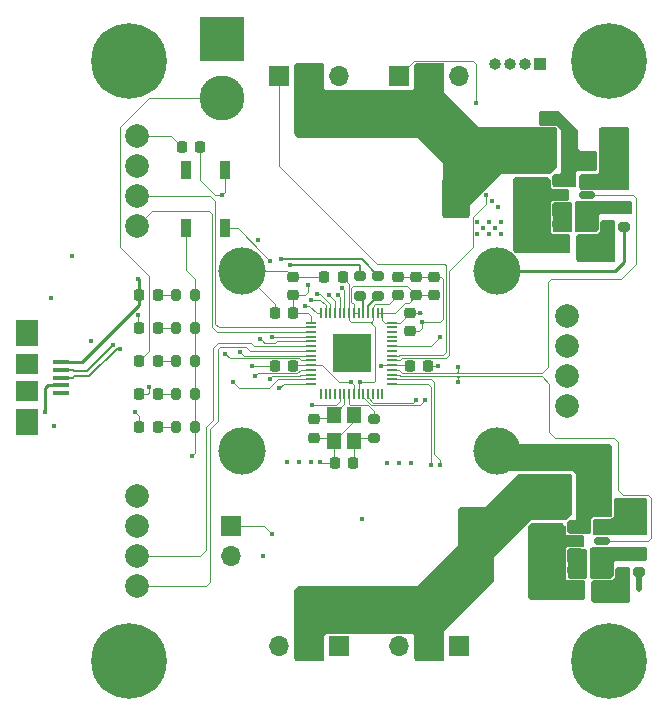
<source format=gtl>
G04 #@! TF.GenerationSoftware,KiCad,Pcbnew,7.0.7*
G04 #@! TF.CreationDate,2024-02-08T13:12:56-05:00*
G04 #@! TF.ProjectId,UMRT_FC_R2,554d5254-5f46-4435-9f52-322e6b696361,rev?*
G04 #@! TF.SameCoordinates,Original*
G04 #@! TF.FileFunction,Copper,L1,Top*
G04 #@! TF.FilePolarity,Positive*
%FSLAX46Y46*%
G04 Gerber Fmt 4.6, Leading zero omitted, Abs format (unit mm)*
G04 Created by KiCad (PCBNEW 7.0.7) date 2024-02-08 13:12:56*
%MOMM*%
%LPD*%
G01*
G04 APERTURE LIST*
G04 Aperture macros list*
%AMRoundRect*
0 Rectangle with rounded corners*
0 $1 Rounding radius*
0 $2 $3 $4 $5 $6 $7 $8 $9 X,Y pos of 4 corners*
0 Add a 4 corners polygon primitive as box body*
4,1,4,$2,$3,$4,$5,$6,$7,$8,$9,$2,$3,0*
0 Add four circle primitives for the rounded corners*
1,1,$1+$1,$2,$3*
1,1,$1+$1,$4,$5*
1,1,$1+$1,$6,$7*
1,1,$1+$1,$8,$9*
0 Add four rect primitives between the rounded corners*
20,1,$1+$1,$2,$3,$4,$5,0*
20,1,$1+$1,$4,$5,$6,$7,0*
20,1,$1+$1,$6,$7,$8,$9,0*
20,1,$1+$1,$8,$9,$2,$3,0*%
G04 Aperture macros list end*
G04 #@! TA.AperFunction,ComponentPad*
%ADD10R,1.700000X1.700000*%
G04 #@! TD*
G04 #@! TA.AperFunction,ComponentPad*
%ADD11O,1.700000X1.700000*%
G04 #@! TD*
G04 #@! TA.AperFunction,SMDPad,CuDef*
%ADD12R,0.900000X1.500000*%
G04 #@! TD*
G04 #@! TA.AperFunction,ComponentPad*
%ADD13C,4.000000*%
G04 #@! TD*
G04 #@! TA.AperFunction,SMDPad,CuDef*
%ADD14RoundRect,0.225000X0.225000X0.250000X-0.225000X0.250000X-0.225000X-0.250000X0.225000X-0.250000X0*%
G04 #@! TD*
G04 #@! TA.AperFunction,SMDPad,CuDef*
%ADD15RoundRect,0.200000X-0.275000X0.200000X-0.275000X-0.200000X0.275000X-0.200000X0.275000X0.200000X0*%
G04 #@! TD*
G04 #@! TA.AperFunction,SMDPad,CuDef*
%ADD16RoundRect,0.250000X-0.475000X0.250000X-0.475000X-0.250000X0.475000X-0.250000X0.475000X0.250000X0*%
G04 #@! TD*
G04 #@! TA.AperFunction,SMDPad,CuDef*
%ADD17RoundRect,0.050000X-0.387500X-0.050000X0.387500X-0.050000X0.387500X0.050000X-0.387500X0.050000X0*%
G04 #@! TD*
G04 #@! TA.AperFunction,SMDPad,CuDef*
%ADD18RoundRect,0.050000X-0.050000X-0.387500X0.050000X-0.387500X0.050000X0.387500X-0.050000X0.387500X0*%
G04 #@! TD*
G04 #@! TA.AperFunction,SMDPad,CuDef*
%ADD19R,3.200000X3.200000*%
G04 #@! TD*
G04 #@! TA.AperFunction,SMDPad,CuDef*
%ADD20RoundRect,0.150000X0.512500X0.150000X-0.512500X0.150000X-0.512500X-0.150000X0.512500X-0.150000X0*%
G04 #@! TD*
G04 #@! TA.AperFunction,ComponentPad*
%ADD21R,3.800000X3.800000*%
G04 #@! TD*
G04 #@! TA.AperFunction,ComponentPad*
%ADD22C,3.800000*%
G04 #@! TD*
G04 #@! TA.AperFunction,ComponentPad*
%ADD23C,0.800000*%
G04 #@! TD*
G04 #@! TA.AperFunction,ComponentPad*
%ADD24C,6.400000*%
G04 #@! TD*
G04 #@! TA.AperFunction,SMDPad,CuDef*
%ADD25RoundRect,0.218750X0.218750X0.256250X-0.218750X0.256250X-0.218750X-0.256250X0.218750X-0.256250X0*%
G04 #@! TD*
G04 #@! TA.AperFunction,SMDPad,CuDef*
%ADD26RoundRect,0.200000X0.275000X-0.200000X0.275000X0.200000X-0.275000X0.200000X-0.275000X-0.200000X0*%
G04 #@! TD*
G04 #@! TA.AperFunction,ComponentPad*
%ADD27R,1.000000X1.000000*%
G04 #@! TD*
G04 #@! TA.AperFunction,ComponentPad*
%ADD28O,1.000000X1.000000*%
G04 #@! TD*
G04 #@! TA.AperFunction,SMDPad,CuDef*
%ADD29RoundRect,0.250000X-0.250000X-0.475000X0.250000X-0.475000X0.250000X0.475000X-0.250000X0.475000X0*%
G04 #@! TD*
G04 #@! TA.AperFunction,ComponentPad*
%ADD30C,2.000000*%
G04 #@! TD*
G04 #@! TA.AperFunction,SMDPad,CuDef*
%ADD31RoundRect,0.225000X0.250000X-0.225000X0.250000X0.225000X-0.250000X0.225000X-0.250000X-0.225000X0*%
G04 #@! TD*
G04 #@! TA.AperFunction,SMDPad,CuDef*
%ADD32R,1.400000X0.400000*%
G04 #@! TD*
G04 #@! TA.AperFunction,SMDPad,CuDef*
%ADD33R,1.900000X2.300000*%
G04 #@! TD*
G04 #@! TA.AperFunction,SMDPad,CuDef*
%ADD34R,1.900000X1.800000*%
G04 #@! TD*
G04 #@! TA.AperFunction,SMDPad,CuDef*
%ADD35RoundRect,0.250000X0.250000X0.475000X-0.250000X0.475000X-0.250000X-0.475000X0.250000X-0.475000X0*%
G04 #@! TD*
G04 #@! TA.AperFunction,SMDPad,CuDef*
%ADD36RoundRect,0.200000X-0.200000X-0.275000X0.200000X-0.275000X0.200000X0.275000X-0.200000X0.275000X0*%
G04 #@! TD*
G04 #@! TA.AperFunction,SMDPad,CuDef*
%ADD37RoundRect,0.225000X-0.225000X-0.250000X0.225000X-0.250000X0.225000X0.250000X-0.225000X0.250000X0*%
G04 #@! TD*
G04 #@! TA.AperFunction,SMDPad,CuDef*
%ADD38RoundRect,0.250000X0.475000X-0.250000X0.475000X0.250000X-0.475000X0.250000X-0.475000X-0.250000X0*%
G04 #@! TD*
G04 #@! TA.AperFunction,SMDPad,CuDef*
%ADD39RoundRect,0.235000X0.940000X1.465000X-0.940000X1.465000X-0.940000X-1.465000X0.940000X-1.465000X0*%
G04 #@! TD*
G04 #@! TA.AperFunction,SMDPad,CuDef*
%ADD40R,1.200000X1.400000*%
G04 #@! TD*
G04 #@! TA.AperFunction,SMDPad,CuDef*
%ADD41RoundRect,0.225000X-0.250000X0.225000X-0.250000X-0.225000X0.250000X-0.225000X0.250000X0.225000X0*%
G04 #@! TD*
G04 #@! TA.AperFunction,ViaPad*
%ADD42C,0.400000*%
G04 #@! TD*
G04 #@! TA.AperFunction,ViaPad*
%ADD43C,0.600000*%
G04 #@! TD*
G04 #@! TA.AperFunction,Conductor*
%ADD44C,0.090000*%
G04 #@! TD*
G04 #@! TA.AperFunction,Conductor*
%ADD45C,0.254000*%
G04 #@! TD*
G04 #@! TA.AperFunction,Conductor*
%ADD46C,0.508000*%
G04 #@! TD*
G04 #@! TA.AperFunction,Conductor*
%ADD47C,0.200000*%
G04 #@! TD*
G04 APERTURE END LIST*
D10*
X134620000Y-138430000D03*
D11*
X132080000Y-138430000D03*
X129540000Y-138430000D03*
D10*
X124460000Y-138430000D03*
D11*
X121920000Y-138430000D03*
X119380000Y-138430000D03*
D10*
X129540000Y-90170000D03*
D11*
X132080000Y-90170000D03*
X134620000Y-90170000D03*
D10*
X119380000Y-90170000D03*
D11*
X121920000Y-90170000D03*
X124460000Y-90170000D03*
D12*
X114807000Y-98134000D03*
X111507000Y-98134000D03*
X111507000Y-103034000D03*
X114807000Y-103034000D03*
D13*
X116205000Y-106680000D03*
X116205000Y-121920000D03*
X137795000Y-106680000D03*
X137795000Y-121920000D03*
D14*
X120536000Y-114681000D03*
X118986000Y-114681000D03*
D15*
X149860000Y-130493000D03*
X149860000Y-132143000D03*
D14*
X120536000Y-110236000D03*
X118986000Y-110236000D03*
D16*
X144526000Y-132019000D03*
X144526000Y-133919000D03*
D17*
X122047000Y-111036000D03*
X122047000Y-111436000D03*
X122047000Y-111836000D03*
X122047000Y-112236000D03*
X122047000Y-112636000D03*
X122047000Y-113036000D03*
X122047000Y-113436000D03*
X122047000Y-113836000D03*
X122047000Y-114236000D03*
X122047000Y-114636000D03*
X122047000Y-115036000D03*
X122047000Y-115436000D03*
X122047000Y-115836000D03*
X122047000Y-116236000D03*
D18*
X122884500Y-117073500D03*
X123284500Y-117073500D03*
X123684500Y-117073500D03*
X124084500Y-117073500D03*
X124484500Y-117073500D03*
X124884500Y-117073500D03*
X125284500Y-117073500D03*
X125684500Y-117073500D03*
X126084500Y-117073500D03*
X126484500Y-117073500D03*
X126884500Y-117073500D03*
X127284500Y-117073500D03*
X127684500Y-117073500D03*
X128084500Y-117073500D03*
D17*
X128922000Y-116236000D03*
X128922000Y-115836000D03*
X128922000Y-115436000D03*
X128922000Y-115036000D03*
X128922000Y-114636000D03*
X128922000Y-114236000D03*
X128922000Y-113836000D03*
X128922000Y-113436000D03*
X128922000Y-113036000D03*
X128922000Y-112636000D03*
X128922000Y-112236000D03*
X128922000Y-111836000D03*
X128922000Y-111436000D03*
X128922000Y-111036000D03*
D18*
X128084500Y-110198500D03*
X127684500Y-110198500D03*
X127284500Y-110198500D03*
X126884500Y-110198500D03*
X126484500Y-110198500D03*
X126084500Y-110198500D03*
X125684500Y-110198500D03*
X125284500Y-110198500D03*
X124884500Y-110198500D03*
X124484500Y-110198500D03*
X124084500Y-110198500D03*
X123684500Y-110198500D03*
X123284500Y-110198500D03*
X122884500Y-110198500D03*
D19*
X125484500Y-113636000D03*
D20*
X145409500Y-101153000D03*
X145409500Y-100203000D03*
X145409500Y-99253000D03*
X143134500Y-99253000D03*
X143134500Y-100203000D03*
X143134500Y-101153000D03*
D21*
X114554000Y-87035000D03*
D22*
X114554000Y-92035000D03*
D23*
X144920000Y-88900000D03*
X145622944Y-87202944D03*
X145622944Y-90597056D03*
X147320000Y-86500000D03*
D24*
X147320000Y-88900000D03*
D23*
X147320000Y-91300000D03*
X149017056Y-87202944D03*
X149017056Y-90597056D03*
X149720000Y-88900000D03*
D25*
X109054500Y-114300000D03*
X107479500Y-114300000D03*
X109054500Y-108712000D03*
X107479500Y-108712000D03*
D26*
X148336000Y-132143000D03*
X148336000Y-130493000D03*
D27*
X141478000Y-89154000D03*
D28*
X140208000Y-89154000D03*
X138938000Y-89154000D03*
X137668000Y-89154000D03*
D29*
X143449000Y-124714000D03*
X145349000Y-124714000D03*
D10*
X115316000Y-128265000D03*
D11*
X115316000Y-130805000D03*
D30*
X107315000Y-95250000D03*
X107315000Y-97790000D03*
X107315000Y-100330000D03*
X107315000Y-102870000D03*
D23*
X144920000Y-139700000D03*
X145622944Y-138002944D03*
X145622944Y-141397056D03*
X147320000Y-137300000D03*
D24*
X147320000Y-139700000D03*
D23*
X147320000Y-142100000D03*
X149017056Y-138002944D03*
X149017056Y-141397056D03*
X149720000Y-139700000D03*
D15*
X127381000Y-119177000D03*
X127381000Y-120827000D03*
X148590000Y-101283000D03*
X148590000Y-102933000D03*
D31*
X130937000Y-108725000D03*
X130937000Y-107175000D03*
D32*
X100864000Y-114397000D03*
X100864000Y-115047000D03*
X100864000Y-115697000D03*
X100864000Y-116347000D03*
X100864000Y-116997000D03*
D33*
X98014000Y-111947000D03*
D34*
X98014000Y-114547000D03*
X98014000Y-116847000D03*
D33*
X98014000Y-119447000D03*
D15*
X127762000Y-107112000D03*
X127762000Y-108762000D03*
D26*
X147066000Y-102933000D03*
X147066000Y-101283000D03*
D35*
X147508000Y-97409000D03*
X145608000Y-97409000D03*
D36*
X110617000Y-108712000D03*
X112267000Y-108712000D03*
X110617000Y-114300000D03*
X112267000Y-114300000D03*
D30*
X143764000Y-110490000D03*
X143764000Y-113030000D03*
X143764000Y-115570000D03*
X143764000Y-118110000D03*
D29*
X143449000Y-126746000D03*
X145349000Y-126746000D03*
D31*
X132461000Y-108725000D03*
X132461000Y-107175000D03*
D37*
X130416000Y-114681000D03*
X131966000Y-114681000D03*
D14*
X125616000Y-122923000D03*
X124066000Y-122923000D03*
D23*
X104280000Y-139700000D03*
X104982944Y-138002944D03*
X104982944Y-141397056D03*
X106680000Y-137300000D03*
D24*
X106680000Y-139700000D03*
D23*
X106680000Y-142100000D03*
X108377056Y-138002944D03*
X108377056Y-141397056D03*
X109080000Y-139700000D03*
D38*
X145288000Y-104582000D03*
X145288000Y-102682000D03*
D14*
X112662000Y-96139000D03*
X111112000Y-96139000D03*
D23*
X104280000Y-88900000D03*
X104982944Y-87202944D03*
X104982944Y-90597056D03*
X106680000Y-86500000D03*
D24*
X106680000Y-88900000D03*
D23*
X106680000Y-91300000D03*
X108377056Y-87202944D03*
X108377056Y-90597056D03*
X109080000Y-88900000D03*
D36*
X110617000Y-117094000D03*
X112267000Y-117094000D03*
D14*
X124727000Y-107188000D03*
X123177000Y-107188000D03*
D36*
X110617000Y-119888000D03*
X112267000Y-119888000D03*
D29*
X142118000Y-97409000D03*
X144018000Y-97409000D03*
D31*
X129413000Y-108712000D03*
X129413000Y-107162000D03*
D35*
X148905000Y-126746000D03*
X147005000Y-126746000D03*
D20*
X146679500Y-130490000D03*
X146679500Y-129540000D03*
X146679500Y-128590000D03*
X144404500Y-128590000D03*
X144404500Y-129540000D03*
X144404500Y-130490000D03*
D25*
X109054500Y-111506000D03*
X107479500Y-111506000D03*
X109063500Y-119888000D03*
X107488500Y-119888000D03*
D39*
X140416000Y-100457000D03*
X134366000Y-100457000D03*
D38*
X146558000Y-133919000D03*
X146558000Y-132019000D03*
D30*
X107315000Y-125730000D03*
X107315000Y-128270000D03*
X107315000Y-130810000D03*
X107315000Y-133350000D03*
D40*
X125691000Y-121102000D03*
X125691000Y-118902000D03*
X123991000Y-118902000D03*
X123991000Y-121102000D03*
D29*
X142118000Y-95377000D03*
X144018000Y-95377000D03*
D41*
X130429000Y-110223000D03*
X130429000Y-111773000D03*
D16*
X143256000Y-102682000D03*
X143256000Y-104582000D03*
D39*
X141709000Y-129794000D03*
X135659000Y-129794000D03*
D15*
X126238000Y-107112000D03*
X126238000Y-108762000D03*
D36*
X110617000Y-111506000D03*
X112267000Y-111506000D03*
D25*
X109054500Y-117094000D03*
X107479500Y-117094000D03*
D41*
X122301000Y-119227000D03*
X122301000Y-120777000D03*
D31*
X120523000Y-108725000D03*
X120523000Y-107175000D03*
D42*
X136017000Y-92456000D03*
X99568000Y-118618000D03*
X122809000Y-122809000D03*
X117094000Y-114681000D03*
X132842000Y-114681000D03*
X100076000Y-108966000D03*
X142240000Y-93726000D03*
X124333000Y-114046000D03*
X112014000Y-122301000D03*
X122174000Y-117983000D03*
X131445000Y-110998000D03*
X141605000Y-94107000D03*
X142875000Y-94107000D03*
X149860000Y-133604000D03*
D43*
X149987000Y-128651000D03*
X147193000Y-94996000D03*
X149098000Y-128270000D03*
X148209000Y-128651000D03*
X148209000Y-94996000D03*
X147701000Y-95885000D03*
D42*
X132969000Y-112268000D03*
X126238000Y-116078000D03*
X137160000Y-103505000D03*
X138176000Y-102489000D03*
X100330000Y-119761000D03*
X137160000Y-102489000D03*
X131318000Y-110236000D03*
X136144000Y-102489000D03*
X117983000Y-130810000D03*
X121793000Y-107823000D03*
X136144000Y-103505000D03*
X114554000Y-100203000D03*
X136652000Y-102997000D03*
X128016000Y-114681000D03*
X126365000Y-127635000D03*
X125476000Y-116078000D03*
X107442000Y-110363000D03*
X137668000Y-102997000D03*
X101854000Y-105410000D03*
X138176000Y-103505000D03*
X117602000Y-104013000D03*
X120269000Y-106172000D03*
X105918000Y-113284000D03*
X119507000Y-105664000D03*
X105283000Y-112903000D03*
X120015000Y-122809000D03*
X121539000Y-109601000D03*
X107442000Y-107315000D03*
X118745000Y-112268000D03*
X117729000Y-112395000D03*
X115443000Y-116078000D03*
X103428800Y-112572800D03*
X118618000Y-115824000D03*
X116078000Y-113538000D03*
X114808000Y-113665000D03*
X117348000Y-115570000D03*
X130937000Y-117602000D03*
X137414000Y-100711000D03*
X137922000Y-101219000D03*
X131699000Y-117602000D03*
X108331000Y-116459000D03*
X134493000Y-116078000D03*
X134493000Y-114808000D03*
X107188000Y-118618000D03*
X130556000Y-122936000D03*
X124714000Y-108077000D03*
X124333000Y-108712000D03*
X129540000Y-122936000D03*
X128524000Y-122936000D03*
X123571000Y-108712000D03*
X122047000Y-122809000D03*
X122555000Y-108585000D03*
X121031000Y-122809000D03*
X122047000Y-109093000D03*
X118745000Y-128905000D03*
X119380000Y-116586000D03*
X118618000Y-105791000D03*
X141351000Y-127254000D03*
X140335000Y-127254000D03*
X141351000Y-126238000D03*
D43*
X148336000Y-133350000D03*
X148336000Y-134366000D03*
D42*
X140843000Y-126746000D03*
X140335000Y-126238000D03*
X139065000Y-97917000D03*
X139573000Y-97409000D03*
D43*
X147320000Y-104267000D03*
X147320000Y-105410000D03*
D42*
X140081000Y-97917000D03*
X132207000Y-123063000D03*
X132969000Y-123063000D03*
X136906000Y-100203000D03*
D44*
X126111000Y-104521000D02*
X125857000Y-104267000D01*
X119380000Y-97790000D02*
X119380000Y-90170000D01*
X127635000Y-106045000D02*
X126111000Y-104521000D01*
X126111000Y-104521000D02*
X119380000Y-97790000D01*
X133350000Y-106045000D02*
X127635000Y-106045000D01*
X133223000Y-113792000D02*
X133477000Y-113538000D01*
X129496000Y-113836000D02*
X129540000Y-113792000D01*
X133477000Y-113538000D02*
X133477000Y-106172000D01*
X128922000Y-113836000D02*
X129496000Y-113836000D01*
X133477000Y-106172000D02*
X133350000Y-106045000D01*
X129540000Y-113792000D02*
X133223000Y-113792000D01*
X115861000Y-103034000D02*
X114807000Y-103034000D01*
X118110000Y-105283000D02*
X115861000Y-103034000D01*
X135749000Y-104662000D02*
X133731000Y-106680000D01*
X135749000Y-102122000D02*
X135749000Y-104662000D01*
X136906000Y-100965000D02*
X135749000Y-102122000D01*
X136906000Y-100203000D02*
X136906000Y-100965000D01*
X133731000Y-113792000D02*
X133731000Y-106934000D01*
X133731000Y-106680000D02*
X133731000Y-106934000D01*
X112267000Y-114300000D02*
X112267000Y-111506000D01*
D45*
X147828000Y-106680000D02*
X137795000Y-106680000D01*
D44*
X131445000Y-111506000D02*
X131445000Y-110998000D01*
X131445000Y-110998000D02*
X132969000Y-110998000D01*
X112267000Y-108712000D02*
X112267000Y-111506000D01*
X120028000Y-106680000D02*
X116205000Y-106680000D01*
X123571000Y-120777000D02*
X122301000Y-120777000D01*
D45*
X99568000Y-116586000D02*
X99568000Y-118618000D01*
X148590000Y-102933000D02*
X148590000Y-105918000D01*
X148590000Y-105918000D02*
X147828000Y-106680000D01*
D44*
X122923000Y-122923000D02*
X122809000Y-122809000D01*
X118986000Y-109461000D02*
X116205000Y-106680000D01*
X112267000Y-119888000D02*
X112267000Y-122048000D01*
X110223000Y-95250000D02*
X107315000Y-95250000D01*
X124484500Y-117704500D02*
X124206000Y-117983000D01*
D45*
X139065000Y-105410000D02*
X137795000Y-106680000D01*
D44*
X123991000Y-121102000D02*
X123991000Y-122848000D01*
X124066000Y-122923000D02*
X122923000Y-122923000D01*
X111507000Y-103034000D02*
X111507000Y-106554000D01*
X130924000Y-107162000D02*
X130937000Y-107175000D01*
X112267000Y-114300000D02*
X112267000Y-117094000D01*
X123896000Y-121102000D02*
X123571000Y-120777000D01*
X120536000Y-107188000D02*
X120523000Y-107175000D01*
X133223000Y-107315000D02*
X133223000Y-110744000D01*
X123991000Y-122848000D02*
X124066000Y-122923000D01*
X118986000Y-114681000D02*
X117094000Y-114681000D01*
X131178000Y-111773000D02*
X131445000Y-111506000D01*
X112267000Y-122048000D02*
X112014000Y-122301000D01*
X129413000Y-107162000D02*
X130924000Y-107162000D01*
X120523000Y-107175000D02*
X120028000Y-106680000D01*
X125691000Y-118902000D02*
X125691000Y-119402000D01*
D45*
X100864000Y-116347000D02*
X99807000Y-116347000D01*
X99807000Y-116347000D02*
X99568000Y-116586000D01*
D44*
X132461000Y-107175000D02*
X133083000Y-107175000D01*
X130429000Y-111773000D02*
X131178000Y-111773000D01*
X112268000Y-107315000D02*
X112268000Y-108711000D01*
X111507000Y-106554000D02*
X112268000Y-107315000D01*
X112267000Y-117094000D02*
X112267000Y-119888000D01*
X132969000Y-110998000D02*
X133223000Y-110744000D01*
X124484500Y-117073500D02*
X124484500Y-117704500D01*
X112268000Y-108711000D02*
X112267000Y-108712000D01*
X111112000Y-96139000D02*
X110223000Y-95250000D01*
X123991000Y-121102000D02*
X123896000Y-121102000D01*
X131966000Y-114681000D02*
X132842000Y-114681000D01*
X130937000Y-107175000D02*
X132461000Y-107175000D01*
X118986000Y-110236000D02*
X118986000Y-109461000D01*
D46*
X149860000Y-132143000D02*
X149860000Y-133604000D01*
D44*
X123177000Y-107188000D02*
X120536000Y-107188000D01*
X125691000Y-119402000D02*
X123991000Y-121102000D01*
X133083000Y-107175000D02*
X133223000Y-107315000D01*
X124206000Y-117983000D02*
X122174000Y-117983000D01*
X105918000Y-94488000D02*
X105918000Y-104648000D01*
X114554000Y-92035000D02*
X108371000Y-92035000D01*
X108371000Y-92035000D02*
X105918000Y-94488000D01*
X105918000Y-104648000D02*
X108331000Y-107061000D01*
X108331000Y-113448500D02*
X107479500Y-114300000D01*
X108331000Y-107061000D02*
X108331000Y-113448500D01*
X123991000Y-119087000D02*
X123952000Y-119126000D01*
X122402000Y-119126000D02*
X122301000Y-119227000D01*
X123952000Y-119126000D02*
X122402000Y-119126000D01*
X123991000Y-118902000D02*
X123991000Y-119087000D01*
X124884500Y-117939500D02*
X123991000Y-118833000D01*
X124884500Y-117073500D02*
X124884500Y-117939500D01*
X123991000Y-118833000D02*
X123991000Y-118902000D01*
X128922000Y-113036000D02*
X132201000Y-113036000D01*
X132201000Y-113036000D02*
X132969000Y-112268000D01*
X127254000Y-110871000D02*
X127284500Y-110840500D01*
X127508000Y-109474000D02*
X128651000Y-109474000D01*
X127284500Y-109697500D02*
X127508000Y-109474000D01*
X127508000Y-115951000D02*
X127508000Y-111379000D01*
X124727000Y-107582558D02*
X124727000Y-107188000D01*
X127381000Y-116078000D02*
X127508000Y-115951000D01*
X127254000Y-110998000D02*
X127254000Y-111125000D01*
X127254000Y-111125000D02*
X127127000Y-110998000D01*
X125284500Y-107745500D02*
X124727000Y-107188000D01*
X127254000Y-110998000D02*
X127127000Y-110998000D01*
X127284500Y-110840500D02*
X127284500Y-110198500D01*
X126238000Y-116078000D02*
X127381000Y-116078000D01*
X127254000Y-110871000D02*
X127254000Y-110998000D01*
X128651000Y-109474000D02*
X129413000Y-108712000D01*
X125284500Y-110198500D02*
X125284500Y-107745500D01*
X127508000Y-111379000D02*
X127254000Y-111125000D01*
X126084500Y-117073500D02*
X126084500Y-116231500D01*
X127284500Y-110198500D02*
X127284500Y-109697500D01*
X126084500Y-116231500D02*
X126238000Y-116078000D01*
X125284500Y-110198500D02*
X125284500Y-110806500D01*
X125476000Y-110998000D02*
X127127000Y-110998000D01*
X125284500Y-110806500D02*
X125476000Y-110998000D01*
X127127000Y-110998000D02*
X127254000Y-110871000D01*
X128084500Y-110812500D02*
X128308000Y-111036000D01*
X128016000Y-114681000D02*
X128061000Y-114636000D01*
X125476000Y-109265500D02*
X125684500Y-109474000D01*
X125684500Y-117073500D02*
X125684500Y-116286500D01*
X107442000Y-111468500D02*
X107442000Y-110363000D01*
X120523000Y-108725000D02*
X120523000Y-110223000D01*
X124460000Y-116078000D02*
X125476000Y-116078000D01*
X131331000Y-110223000D02*
X131432000Y-110223000D01*
X127684500Y-110198500D02*
X128084500Y-110198500D01*
X123018000Y-114636000D02*
X124460000Y-116078000D01*
X130048000Y-109347000D02*
X130315000Y-109347000D01*
X121793000Y-108458000D02*
X121793000Y-107823000D01*
X128922000Y-111036000D02*
X129616000Y-111036000D01*
X130937000Y-108725000D02*
X132461000Y-108725000D01*
X120581000Y-114636000D02*
X120536000Y-114681000D01*
X122047000Y-111036000D02*
X122047000Y-110490000D01*
X112662000Y-98946000D02*
X112662000Y-96139000D01*
X122047000Y-114636000D02*
X123018000Y-114636000D01*
X130315000Y-109347000D02*
X130937000Y-108725000D01*
X120523000Y-110223000D02*
X120536000Y-110236000D01*
X128084500Y-110198500D02*
X129196500Y-110198500D01*
X125603000Y-107950000D02*
X125476000Y-108077000D01*
X107479500Y-111506000D02*
X107442000Y-111468500D01*
X120523000Y-108725000D02*
X121526000Y-108725000D01*
X125684500Y-110198500D02*
X125684500Y-109474000D01*
X130162000Y-107950000D02*
X125603000Y-107950000D01*
X125684500Y-116286500D02*
X125476000Y-116078000D01*
X130429000Y-110223000D02*
X131305000Y-110223000D01*
X128922000Y-114636000D02*
X128061000Y-114636000D01*
X126084500Y-110198500D02*
X125684500Y-110198500D01*
X122047000Y-114636000D02*
X120581000Y-114636000D01*
X130937000Y-108725000D02*
X130162000Y-107950000D01*
X128084500Y-110198500D02*
X128084500Y-110812500D01*
X121526000Y-108725000D02*
X121793000Y-108458000D01*
X130371000Y-114636000D02*
X130416000Y-114681000D01*
X114807000Y-99950000D02*
X114554000Y-100203000D01*
X131318000Y-110236000D02*
X131331000Y-110223000D01*
X129616000Y-111036000D02*
X130429000Y-110223000D01*
X128922000Y-114636000D02*
X130371000Y-114636000D01*
X125476000Y-108077000D02*
X125476000Y-109265500D01*
X113919000Y-100203000D02*
X112662000Y-98946000D01*
X114554000Y-100203000D02*
X113919000Y-100203000D01*
X129196500Y-110198500D02*
X130048000Y-109347000D01*
X122047000Y-110490000D02*
X121793000Y-110236000D01*
X128308000Y-111036000D02*
X128922000Y-111036000D01*
X121793000Y-110236000D02*
X120536000Y-110236000D01*
X131305000Y-110223000D02*
X131318000Y-110236000D01*
X131445000Y-110236000D02*
X131432000Y-110223000D01*
X114807000Y-98134000D02*
X114807000Y-99950000D01*
X127381000Y-118523688D02*
X127381000Y-118618000D01*
X125349000Y-117983000D02*
X126840312Y-117983000D01*
X125284500Y-117073500D02*
X125284500Y-117918500D01*
X126840312Y-117983000D02*
X127381000Y-118523688D01*
X127381000Y-118618000D02*
X127381000Y-119177000D01*
X125284500Y-117918500D02*
X125349000Y-117983000D01*
D47*
X126238000Y-107112000D02*
X126238000Y-106224397D01*
X126156603Y-106143000D02*
X120269000Y-106172000D01*
X101914001Y-115697000D02*
X100864000Y-115697000D01*
X120269000Y-106172000D02*
X120269000Y-106143000D01*
X102014001Y-115597000D02*
X101914001Y-115697000D01*
X105918000Y-113284000D02*
X105601199Y-113284000D01*
X102014001Y-115597000D02*
X103288199Y-115597000D01*
X103288199Y-115597000D02*
X105601199Y-113284000D01*
X126238000Y-106224397D02*
X126156603Y-106143000D01*
X126484500Y-109008500D02*
X126238000Y-108762000D01*
X126484500Y-110198500D02*
X126484500Y-109008500D01*
X102014001Y-115147000D02*
X101914001Y-115047000D01*
X102014001Y-115147000D02*
X103101801Y-115147000D01*
X127762000Y-107112000D02*
X126343000Y-105693000D01*
X101914001Y-115047000D02*
X100864000Y-115047000D01*
X126343000Y-105693000D02*
X120269000Y-105693000D01*
X103101801Y-115147000D02*
X105283000Y-112965801D01*
X105283000Y-112903000D02*
X105283000Y-112965801D01*
X119507000Y-105664000D02*
X119478000Y-105693000D01*
X120269000Y-105693000D02*
X119507000Y-105664000D01*
X126884500Y-109639500D02*
X127762000Y-108762000D01*
X126884500Y-110198500D02*
X126884500Y-109639500D01*
D44*
X121539000Y-109601000D02*
X121920000Y-109601000D01*
X121539000Y-109601000D02*
X121666000Y-109601000D01*
X122517500Y-110198500D02*
X122884500Y-110198500D01*
X121920000Y-109601000D02*
X122517500Y-110198500D01*
X110617000Y-119888000D02*
X109063500Y-119888000D01*
D45*
X107479500Y-108712000D02*
X107479500Y-107352500D01*
X107479500Y-107352500D02*
X107442000Y-107315000D01*
X100864000Y-114397000D02*
X102646000Y-114397000D01*
X107479500Y-109563500D02*
X107479500Y-108712000D01*
X102646000Y-114397000D02*
X107479500Y-109563500D01*
D44*
X122047000Y-111836000D02*
X114122000Y-111836000D01*
X113665000Y-101854000D02*
X113411000Y-101600000D01*
X113665000Y-111379000D02*
X113665000Y-101854000D01*
X113411000Y-101600000D02*
X108585000Y-101600000D01*
X114122000Y-111836000D02*
X113665000Y-111379000D01*
X108585000Y-101600000D02*
X107315000Y-102870000D01*
X113919000Y-111125000D02*
X113919000Y-100711000D01*
X114230000Y-111436000D02*
X113919000Y-111125000D01*
X122047000Y-111436000D02*
X114230000Y-111436000D01*
X113919000Y-100711000D02*
X113538000Y-100330000D01*
X113538000Y-100330000D02*
X107315000Y-100330000D01*
X122047000Y-112236000D02*
X118745000Y-112268000D01*
X118745000Y-112268000D02*
X118713000Y-112236000D01*
X117970000Y-112636000D02*
X117729000Y-112395000D01*
X122047000Y-112636000D02*
X119139000Y-112636000D01*
X118999000Y-112776000D02*
X119126000Y-112649000D01*
X118110000Y-112776000D02*
X118999000Y-112776000D01*
X119139000Y-112636000D02*
X119126000Y-112649000D01*
X117970000Y-112636000D02*
X118110000Y-112776000D01*
X114173000Y-113284000D02*
X114173000Y-119380000D01*
X113538000Y-132969000D02*
X113157000Y-133350000D01*
X116865000Y-113436000D02*
X116572000Y-113143000D01*
X116572000Y-113143000D02*
X114314000Y-113143000D01*
X113157000Y-133350000D02*
X107315000Y-133350000D01*
X114173000Y-119380000D02*
X113538000Y-120015000D01*
X122047000Y-113436000D02*
X116865000Y-113436000D01*
X114314000Y-113143000D02*
X114173000Y-113284000D01*
X113538000Y-120015000D02*
X113538000Y-132969000D01*
X113792000Y-119253000D02*
X113792000Y-113157000D01*
X114173000Y-112776000D02*
X116967000Y-112776000D01*
X113157000Y-119888000D02*
X113792000Y-119253000D01*
X112649000Y-130810000D02*
X113157000Y-130302000D01*
X113792000Y-113157000D02*
X114173000Y-112776000D01*
X113157000Y-130302000D02*
X113157000Y-119888000D01*
X116967000Y-112776000D02*
X117227000Y-113036000D01*
X117227000Y-113036000D02*
X122047000Y-113036000D01*
X107315000Y-130810000D02*
X112649000Y-130810000D01*
X119241000Y-115836000D02*
X118491000Y-116586000D01*
X115951000Y-116586000D02*
X115443000Y-116078000D01*
X122047000Y-115836000D02*
X119241000Y-115836000D01*
X118491000Y-116586000D02*
X115951000Y-116586000D01*
X118618000Y-115697000D02*
X118618000Y-115824000D01*
X121165000Y-115436000D02*
X121031000Y-115570000D01*
X118745000Y-115570000D02*
X118618000Y-115697000D01*
X122047000Y-115436000D02*
X121165000Y-115436000D01*
X121031000Y-115570000D02*
X118745000Y-115570000D01*
X116376000Y-113836000D02*
X116078000Y-113538000D01*
X122047000Y-113836000D02*
X116376000Y-113836000D01*
X121031000Y-114046000D02*
X115189000Y-114046000D01*
X115189000Y-114046000D02*
X114808000Y-113665000D01*
X121221000Y-114236000D02*
X121031000Y-114046000D01*
X122047000Y-114236000D02*
X121221000Y-114236000D01*
X117602000Y-115316000D02*
X117348000Y-115570000D01*
X121184000Y-115036000D02*
X120904000Y-115316000D01*
X120904000Y-115316000D02*
X117602000Y-115316000D01*
X122047000Y-115036000D02*
X121184000Y-115036000D01*
X126884500Y-117372630D02*
X127337870Y-117826000D01*
X127337870Y-117826000D02*
X130713000Y-117826000D01*
X130713000Y-117826000D02*
X130937000Y-117602000D01*
X126884500Y-117073500D02*
X126884500Y-117372630D01*
X126484500Y-117372630D02*
X127117870Y-118006000D01*
X126484500Y-117073500D02*
X126484500Y-117372630D01*
X131295000Y-118006000D02*
X131699000Y-117602000D01*
X127117870Y-118006000D02*
X131295000Y-118006000D01*
X134493000Y-115570000D02*
X134493000Y-115697000D01*
X134366000Y-115570000D02*
X134493000Y-115570000D01*
X134366000Y-115570000D02*
X134493000Y-115697000D01*
X128922000Y-115436000D02*
X129533000Y-115436000D01*
X142240000Y-116205000D02*
X142240000Y-120269000D01*
X150876000Y-125857000D02*
X150622000Y-125603000D01*
X146679500Y-129540000D02*
X150622000Y-129540000D01*
X134493000Y-115570000D02*
X134620000Y-115570000D01*
X148082000Y-125222000D02*
X148082000Y-121158000D01*
X134493000Y-115697000D02*
X134493000Y-116078000D01*
X150876000Y-129286000D02*
X150876000Y-125857000D01*
X134620000Y-115570000D02*
X141605000Y-115570000D01*
X108331000Y-116967000D02*
X108204000Y-117094000D01*
X108331000Y-116586000D02*
X108331000Y-116967000D01*
X129667000Y-115570000D02*
X134366000Y-115570000D01*
X147701000Y-120777000D02*
X148082000Y-121158000D01*
X129533000Y-115436000D02*
X129667000Y-115570000D01*
X134493000Y-116078000D02*
X134493000Y-115951000D01*
X142240000Y-120269000D02*
X142748000Y-120777000D01*
X150622000Y-125603000D02*
X148463000Y-125603000D01*
X108204000Y-117094000D02*
X107479500Y-117094000D01*
X142748000Y-120777000D02*
X147701000Y-120777000D01*
X148463000Y-125603000D02*
X148082000Y-125222000D01*
X150622000Y-129540000D02*
X150876000Y-129286000D01*
X134620000Y-115570000D02*
X134493000Y-115697000D01*
X141605000Y-115570000D02*
X142240000Y-116205000D01*
X142113000Y-114808000D02*
X142113000Y-107569000D01*
X134493000Y-115189000D02*
X134493000Y-114808000D01*
X134493000Y-115316000D02*
X134493000Y-115189000D01*
X142367000Y-107315000D02*
X148336000Y-107315000D01*
X129514000Y-115036000D02*
X129794000Y-115316000D01*
X149606000Y-100457000D02*
X149352000Y-100203000D01*
X134620000Y-115316000D02*
X141605000Y-115316000D01*
X107188000Y-118618000D02*
X107488500Y-118918500D01*
X107488500Y-118918500D02*
X107488500Y-119888000D01*
X134493000Y-115189000D02*
X134620000Y-115316000D01*
X149352000Y-100203000D02*
X145409500Y-100203000D01*
X134493000Y-115316000D02*
X134620000Y-115316000D01*
X134366000Y-115316000D02*
X134493000Y-115316000D01*
X129794000Y-115316000D02*
X134366000Y-115316000D01*
X134493000Y-115189000D02*
X134366000Y-115316000D01*
X128922000Y-115036000D02*
X129514000Y-115036000D01*
X141605000Y-115316000D02*
X142113000Y-114808000D01*
X148336000Y-107315000D02*
X149606000Y-106045000D01*
X149606000Y-106045000D02*
X149606000Y-100457000D01*
X142113000Y-107569000D02*
X142367000Y-107315000D01*
X124884500Y-110198500D02*
X124884500Y-108247500D01*
X124884500Y-108247500D02*
X124714000Y-108077000D01*
X124484500Y-108863500D02*
X124333000Y-108712000D01*
X124484500Y-110198500D02*
X124484500Y-108863500D01*
X124084500Y-110198500D02*
X124084500Y-109225500D01*
X124084500Y-109225500D02*
X123571000Y-108712000D01*
X123684500Y-110198500D02*
X123684500Y-109460500D01*
X123684500Y-109460500D02*
X122809000Y-108585000D01*
X122809000Y-108585000D02*
X122555000Y-108585000D01*
X122809000Y-109093000D02*
X122047000Y-109093000D01*
X123284500Y-109568500D02*
X122809000Y-109093000D01*
X123284500Y-110198500D02*
X123331000Y-110245000D01*
X123284500Y-110198500D02*
X123284500Y-109568500D01*
X115316000Y-128265000D02*
X118105000Y-128265000D01*
X118105000Y-128265000D02*
X118745000Y-128905000D01*
X125691000Y-122848000D02*
X125691000Y-121102000D01*
X126016000Y-120777000D02*
X127331000Y-120777000D01*
X125616000Y-122923000D02*
X125691000Y-122848000D01*
X125691000Y-121102000D02*
X126016000Y-120777000D01*
X127331000Y-120777000D02*
X127381000Y-120827000D01*
X109054500Y-114300000D02*
X110617000Y-114300000D01*
X109054500Y-111506000D02*
X110617000Y-111506000D01*
X109054500Y-117094000D02*
X110617000Y-117094000D01*
X110617000Y-108712000D02*
X109054500Y-108712000D01*
X119730000Y-116236000D02*
X119380000Y-116586000D01*
X122047000Y-116236000D02*
X119730000Y-116236000D01*
X118110000Y-105283000D02*
X118618000Y-105791000D01*
X132207000Y-116459000D02*
X132207000Y-123063000D01*
X128922000Y-116236000D02*
X131984000Y-116236000D01*
X131984000Y-116236000D02*
X132207000Y-116459000D01*
X132969000Y-122682000D02*
X132969000Y-123063000D01*
X132219000Y-115836000D02*
X132461000Y-116078000D01*
X132461000Y-122174000D02*
X132969000Y-122682000D01*
X128922000Y-115836000D02*
X132219000Y-115836000D01*
X132461000Y-116078000D02*
X132461000Y-122174000D01*
X136017000Y-89154000D02*
X135763000Y-88900000D01*
X135763000Y-88900000D02*
X130810000Y-88900000D01*
X133477000Y-114046000D02*
X133731000Y-113792000D01*
X130810000Y-88900000D02*
X129540000Y-90170000D01*
X128922000Y-114236000D02*
X129604000Y-114236000D01*
X129794000Y-114046000D02*
X133477000Y-114046000D01*
X136017000Y-92456000D02*
X136017000Y-89154000D01*
X129604000Y-114236000D02*
X129794000Y-114046000D01*
G04 #@! TA.AperFunction,Conductor*
G36*
X143017677Y-93110685D02*
G01*
X143038319Y-93127318D01*
X144619890Y-94708890D01*
X144637136Y-94742000D01*
X143256000Y-94742000D01*
X142875000Y-94361000D01*
X141529362Y-94361000D01*
X141462323Y-94341315D01*
X141441681Y-94324681D01*
X141387319Y-94270319D01*
X141353834Y-94208996D01*
X141351000Y-94182638D01*
X141351000Y-93269361D01*
X141370685Y-93202322D01*
X141387315Y-93181684D01*
X141441681Y-93127318D01*
X141503005Y-93093834D01*
X141529362Y-93091000D01*
X142950638Y-93091000D01*
X143017677Y-93110685D01*
G37*
G04 #@! TD.AperFunction*
G04 #@! TA.AperFunction,Conductor*
G36*
X145303677Y-130194685D02*
G01*
X145324319Y-130211319D01*
X145378681Y-130265681D01*
X145412166Y-130327004D01*
X145415000Y-130353362D01*
X145415000Y-132536637D01*
X145395315Y-132603676D01*
X145378682Y-132624317D01*
X145324320Y-132678680D01*
X145262997Y-132712166D01*
X145236638Y-132715000D01*
X145156763Y-132715000D01*
X145139118Y-132713738D01*
X145109641Y-132709500D01*
X145109638Y-132709500D01*
X143936863Y-132709500D01*
X143869824Y-132689815D01*
X143849181Y-132673180D01*
X143805818Y-132629816D01*
X143772333Y-132568493D01*
X143769500Y-132542136D01*
X143769500Y-132304826D01*
X143769500Y-131318000D01*
X143767385Y-131309133D01*
X143764000Y-131280359D01*
X143764000Y-130353362D01*
X143783685Y-130286323D01*
X143800319Y-130265681D01*
X143854681Y-130211319D01*
X143916004Y-130177834D01*
X143942362Y-130175000D01*
X145236638Y-130175000D01*
X145303677Y-130194685D01*
G37*
G04 #@! TD.AperFunction*
G04 #@! TA.AperFunction,Conductor*
G36*
X144033677Y-100857685D02*
G01*
X144054319Y-100874319D01*
X144108681Y-100928681D01*
X144142166Y-100990004D01*
X144145000Y-101016362D01*
X144145000Y-103199638D01*
X144125315Y-103266677D01*
X144108681Y-103287319D01*
X144054319Y-103341681D01*
X143992996Y-103375166D01*
X143966638Y-103378000D01*
X143886763Y-103378000D01*
X143869118Y-103376738D01*
X143839641Y-103372500D01*
X143839638Y-103372500D01*
X142666862Y-103372500D01*
X142599823Y-103352815D01*
X142579181Y-103336181D01*
X142535819Y-103292819D01*
X142502334Y-103231496D01*
X142499500Y-103205138D01*
X142499500Y-101980998D01*
X142497385Y-101972133D01*
X142494000Y-101943359D01*
X142494000Y-101016362D01*
X142513685Y-100949323D01*
X142530319Y-100928681D01*
X142584681Y-100874319D01*
X142646004Y-100840834D01*
X142672362Y-100838000D01*
X143966638Y-100838000D01*
X144033677Y-100857685D01*
G37*
G04 #@! TD.AperFunction*
G04 #@! TA.AperFunction,Conductor*
G36*
X147335677Y-121304685D02*
G01*
X147356319Y-121321319D01*
X147537682Y-121502682D01*
X147571166Y-121564003D01*
X147574000Y-121590361D01*
X147574000Y-124079000D01*
X144526000Y-124079000D01*
X144526000Y-123825000D01*
X144272000Y-123571000D01*
X138935000Y-123571000D01*
X138867961Y-123551315D01*
X138822206Y-123498511D01*
X138811000Y-123447000D01*
X138811000Y-121409000D01*
X138830685Y-121341961D01*
X138883489Y-121296206D01*
X138935000Y-121285000D01*
X147268638Y-121285000D01*
X147335677Y-121304685D01*
G37*
G04 #@! TD.AperFunction*
G04 #@! TA.AperFunction,Conductor*
G36*
X150383677Y-125876685D02*
G01*
X150404319Y-125893319D01*
X150458681Y-125947681D01*
X150492166Y-126009004D01*
X150495000Y-126035362D01*
X150495000Y-128853637D01*
X150475315Y-128920676D01*
X150458682Y-128941317D01*
X150404320Y-128995680D01*
X150342997Y-129029166D01*
X150316638Y-129032000D01*
X146101362Y-129032000D01*
X146034323Y-129012315D01*
X146013680Y-128995680D01*
X145959318Y-128941317D01*
X145925834Y-128879994D01*
X145923000Y-128853637D01*
X145923000Y-128773759D01*
X145924262Y-128756113D01*
X145928500Y-128726637D01*
X145928500Y-127807862D01*
X145948185Y-127740823D01*
X145964819Y-127720181D01*
X146008181Y-127676819D01*
X146069504Y-127643334D01*
X146095862Y-127640500D01*
X147399185Y-127640500D01*
X147399187Y-127640500D01*
X147401549Y-127640373D01*
X147406278Y-127640120D01*
X147406278Y-127640119D01*
X147436161Y-127636907D01*
X147436160Y-127636907D01*
X147442218Y-127636256D01*
X147442258Y-127636630D01*
X147443329Y-127636520D01*
X147446998Y-127635000D01*
X147447000Y-127635000D01*
X147447001Y-127634998D01*
X147459131Y-127629973D01*
X147464343Y-127628082D01*
X147485497Y-127621458D01*
X147546820Y-127587973D01*
X147577011Y-127565373D01*
X147633882Y-127508501D01*
X147633887Y-127508495D01*
X147633888Y-127508495D01*
X147638624Y-127503223D01*
X147638623Y-127503224D01*
X147657482Y-127479821D01*
X147657484Y-127479818D01*
X147657486Y-127479816D01*
X147681448Y-127434008D01*
X147686436Y-127417019D01*
X147693751Y-127404699D01*
X147691559Y-127403791D01*
X147701000Y-127381001D01*
X147701000Y-127376760D01*
X147702262Y-127359114D01*
X147706500Y-127329638D01*
X147706500Y-126029862D01*
X147726185Y-125962823D01*
X147742819Y-125942181D01*
X147791681Y-125893319D01*
X147853004Y-125859834D01*
X147879362Y-125857000D01*
X150316638Y-125857000D01*
X150383677Y-125876685D01*
G37*
G04 #@! TD.AperFunction*
G04 #@! TA.AperFunction,Conductor*
G36*
X148859677Y-94507685D02*
G01*
X148880319Y-94524319D01*
X148934681Y-94578681D01*
X148968166Y-94640004D01*
X148971000Y-94666361D01*
X148971000Y-98171000D01*
X148971000Y-98298000D01*
X146432518Y-97282607D01*
X146435151Y-97264298D01*
X146436500Y-97245442D01*
X146436500Y-96694814D01*
X146436120Y-96687721D01*
X146436119Y-96687719D01*
X146432256Y-96651781D01*
X146432630Y-96651740D01*
X146431000Y-96635905D01*
X146431000Y-94666361D01*
X146450685Y-94599322D01*
X146467315Y-94578684D01*
X146521682Y-94524317D01*
X146583005Y-94490834D01*
X146609362Y-94488000D01*
X148792638Y-94488000D01*
X148859677Y-94507685D01*
G37*
G04 #@! TD.AperFunction*
G04 #@! TA.AperFunction,Conductor*
G36*
X148971000Y-98298000D02*
G01*
X148971000Y-99643638D01*
X148951315Y-99710677D01*
X148934681Y-99731319D01*
X148880319Y-99785681D01*
X148818996Y-99819166D01*
X148792638Y-99822000D01*
X146112010Y-99822000D01*
X146061925Y-99811435D01*
X145986635Y-99778192D01*
X145963433Y-99775500D01*
X145963432Y-99775500D01*
X144911862Y-99775500D01*
X144844823Y-99755815D01*
X144824181Y-99739181D01*
X144816319Y-99731319D01*
X144782834Y-99669996D01*
X144780000Y-99643638D01*
X144780000Y-98603362D01*
X144799685Y-98536323D01*
X144816319Y-98515681D01*
X144870681Y-98461319D01*
X144932004Y-98427834D01*
X144958362Y-98425000D01*
X146304000Y-98425000D01*
X146431000Y-98298000D01*
X146431000Y-97282000D01*
X148971000Y-98298000D01*
G37*
G04 #@! TD.AperFunction*
G04 #@! TA.AperFunction,Conductor*
G36*
X142367000Y-103378000D02*
G01*
X142494000Y-103505000D01*
X143839638Y-103505000D01*
X143906677Y-103524685D01*
X143927318Y-103541318D01*
X143981681Y-103595681D01*
X144015166Y-103657002D01*
X144018000Y-103683361D01*
X144018000Y-104977638D01*
X143998315Y-105044677D01*
X143981681Y-105065319D01*
X143927319Y-105119681D01*
X143865996Y-105153166D01*
X143839638Y-105156000D01*
X139370362Y-105156000D01*
X139303323Y-105136315D01*
X139282681Y-105119681D01*
X139228319Y-105065319D01*
X139194834Y-105003996D01*
X139192000Y-104977638D01*
X139192000Y-102108000D01*
X142367000Y-101981000D01*
X142367000Y-103378000D01*
G37*
G04 #@! TD.AperFunction*
G04 #@! TA.AperFunction,Conductor*
G36*
X149113677Y-100730685D02*
G01*
X149134319Y-100747319D01*
X149188681Y-100801681D01*
X149222166Y-100863004D01*
X149225000Y-100889362D01*
X149225000Y-101675638D01*
X149205315Y-101742677D01*
X149188681Y-101763319D01*
X149134319Y-101817681D01*
X149072996Y-101851166D01*
X149046638Y-101854000D01*
X146557999Y-101854000D01*
X146431000Y-101980999D01*
X146431000Y-102493237D01*
X146429738Y-102510882D01*
X146425500Y-102540358D01*
X146425500Y-103078138D01*
X146405815Y-103145177D01*
X146389181Y-103165819D01*
X146218819Y-103336181D01*
X146157496Y-103369666D01*
X146131138Y-103372500D01*
X144700813Y-103372500D01*
X144698450Y-103372626D01*
X144693722Y-103372880D01*
X144693721Y-103372880D01*
X144666907Y-103375763D01*
X144657782Y-103376744D01*
X144657741Y-103376369D01*
X144641909Y-103378000D01*
X144577362Y-103378000D01*
X144510323Y-103358315D01*
X144489680Y-103341680D01*
X144435318Y-103287317D01*
X144401834Y-103225994D01*
X144399000Y-103199637D01*
X144399000Y-100889362D01*
X144418685Y-100822323D01*
X144435319Y-100801681D01*
X144489681Y-100747319D01*
X144551004Y-100713834D01*
X144577362Y-100711000D01*
X149046638Y-100711000D01*
X149113677Y-100730685D01*
G37*
G04 #@! TD.AperFunction*
G04 #@! TA.AperFunction,Conductor*
G36*
X148986677Y-131718685D02*
G01*
X149007318Y-131735318D01*
X149061681Y-131789681D01*
X149095166Y-131851002D01*
X149098000Y-131877361D01*
X149098000Y-134568638D01*
X149078315Y-134635677D01*
X149061681Y-134656319D01*
X149007319Y-134710681D01*
X148945996Y-134744166D01*
X148919638Y-134747000D01*
X145974362Y-134747000D01*
X145907323Y-134727315D01*
X145886681Y-134710681D01*
X145832319Y-134656319D01*
X145798834Y-134594996D01*
X145796000Y-134568638D01*
X145796000Y-133020362D01*
X145815685Y-132953323D01*
X145832319Y-132932681D01*
X145886681Y-132878319D01*
X145948004Y-132844834D01*
X145974362Y-132842000D01*
X147574000Y-132842000D01*
X147828000Y-132588000D01*
X147828000Y-131877361D01*
X147847685Y-131810323D01*
X147864319Y-131789681D01*
X147918681Y-131735319D01*
X147980004Y-131701834D01*
X148006362Y-131699000D01*
X148919638Y-131699000D01*
X148986677Y-131718685D01*
G37*
G04 #@! TD.AperFunction*
G04 #@! TA.AperFunction,Conductor*
G36*
X134493000Y-130556000D02*
G01*
X137541000Y-130937000D01*
X137541000Y-132917638D01*
X137521315Y-132984677D01*
X137504681Y-133005319D01*
X133350000Y-137159999D01*
X133350000Y-139521638D01*
X133330315Y-139588677D01*
X133313681Y-139609319D01*
X133259319Y-139663681D01*
X133197996Y-139697166D01*
X133171638Y-139700000D01*
X130988362Y-139700000D01*
X130921323Y-139680315D01*
X130900681Y-139663681D01*
X130846319Y-139609319D01*
X130812834Y-139547996D01*
X130810000Y-139521638D01*
X130810000Y-137541000D01*
X130683000Y-137414000D01*
X123317000Y-137414000D01*
X123316999Y-137414000D01*
X123190000Y-137540999D01*
X123190000Y-139521638D01*
X123170315Y-139588677D01*
X123153681Y-139609319D01*
X123099319Y-139663681D01*
X123037996Y-139697166D01*
X123011638Y-139700000D01*
X120828362Y-139700000D01*
X120761323Y-139680315D01*
X120740681Y-139663681D01*
X120686319Y-139609319D01*
X120652834Y-139547996D01*
X120650000Y-139521638D01*
X120650000Y-133655362D01*
X120669685Y-133588323D01*
X120686319Y-133567681D01*
X120867681Y-133386319D01*
X120929004Y-133352834D01*
X120955362Y-133350000D01*
X131064000Y-133350000D01*
X134493000Y-129921000D01*
X134493000Y-130556000D01*
G37*
G04 #@! TD.AperFunction*
G04 #@! TA.AperFunction,Conductor*
G36*
X147716677Y-102381685D02*
G01*
X147737319Y-102398319D01*
X147791681Y-102452681D01*
X147825166Y-102514004D01*
X147828000Y-102540362D01*
X147828000Y-105739637D01*
X147808315Y-105806676D01*
X147791682Y-105827317D01*
X147737320Y-105881680D01*
X147675997Y-105915166D01*
X147649638Y-105918000D01*
X144704362Y-105918000D01*
X144637323Y-105898315D01*
X144616681Y-105881681D01*
X144562319Y-105827319D01*
X144528834Y-105765996D01*
X144526000Y-105739638D01*
X144526000Y-103683362D01*
X144545685Y-103616323D01*
X144562319Y-103595681D01*
X144616681Y-103541319D01*
X144678004Y-103507834D01*
X144704362Y-103505000D01*
X146304000Y-103505000D01*
X146558000Y-103251000D01*
X146558000Y-102540362D01*
X146577685Y-102473323D01*
X146594319Y-102452681D01*
X146648681Y-102398319D01*
X146710004Y-102364834D01*
X146736362Y-102362000D01*
X147649638Y-102362000D01*
X147716677Y-102381685D01*
G37*
G04 #@! TD.AperFunction*
G04 #@! TA.AperFunction,Conductor*
G36*
X144650660Y-94767966D02*
G01*
X144653000Y-94791943D01*
X144653000Y-95504000D01*
X144653000Y-96266000D01*
X144907000Y-96520000D01*
X146125638Y-96520000D01*
X146192677Y-96539685D01*
X146213318Y-96556318D01*
X146267681Y-96610681D01*
X146301166Y-96672002D01*
X146304000Y-96698361D01*
X146304000Y-97245440D01*
X146298977Y-97280376D01*
X146298499Y-97282000D01*
X146298499Y-97998137D01*
X146278814Y-98065177D01*
X146262181Y-98085817D01*
X146213319Y-98134680D01*
X146151996Y-98168166D01*
X146125637Y-98171000D01*
X144652999Y-98171000D01*
X144526000Y-98297999D01*
X144526000Y-99389638D01*
X144506315Y-99456677D01*
X144489681Y-99477319D01*
X144435319Y-99531681D01*
X144373996Y-99565166D01*
X144347638Y-99568000D01*
X142672362Y-99568000D01*
X142605323Y-99548315D01*
X142584681Y-99531681D01*
X142530319Y-99477319D01*
X142496834Y-99415996D01*
X142494000Y-99389638D01*
X142494000Y-98603361D01*
X142513685Y-98536322D01*
X142530315Y-98515684D01*
X142584682Y-98461317D01*
X142646005Y-98427834D01*
X142672362Y-98425000D01*
X143129000Y-98425000D01*
X143256000Y-98298000D01*
X143256000Y-94742000D01*
X144637136Y-94742000D01*
X144650660Y-94767966D01*
G37*
G04 #@! TD.AperFunction*
G04 #@! TA.AperFunction,Conductor*
G36*
X144552089Y-94637052D02*
G01*
X144618385Y-94706000D01*
X144619890Y-94708890D01*
X144539378Y-94628378D01*
X144552089Y-94637052D01*
G37*
G04 #@! TD.AperFunction*
G04 #@! TA.AperFunction,Conductor*
G36*
X142128677Y-98698685D02*
G01*
X142149319Y-98715319D01*
X142325181Y-98891181D01*
X142358666Y-98952504D01*
X142361500Y-98978862D01*
X142361500Y-98979804D01*
X142350935Y-99029889D01*
X142347192Y-99038365D01*
X142344500Y-99061566D01*
X142344500Y-99444433D01*
X142347192Y-99467633D01*
X142356435Y-99488567D01*
X142367000Y-99538653D01*
X142367000Y-99568000D01*
X142494000Y-99695000D01*
X142625237Y-99695000D01*
X142642882Y-99696262D01*
X142654542Y-99697938D01*
X142672362Y-99700500D01*
X142672364Y-99700500D01*
X143718138Y-99700500D01*
X143785177Y-99720185D01*
X143805818Y-99736818D01*
X143854681Y-99785681D01*
X143888166Y-99847002D01*
X143891000Y-99873361D01*
X143891000Y-100532638D01*
X143871315Y-100599677D01*
X143854681Y-100620319D01*
X143805819Y-100669181D01*
X143744496Y-100702666D01*
X143718138Y-100705500D01*
X142668813Y-100705500D01*
X142666450Y-100705626D01*
X142661722Y-100705880D01*
X142661721Y-100705880D01*
X142634907Y-100708763D01*
X142625782Y-100709744D01*
X142625741Y-100709369D01*
X142609909Y-100711000D01*
X142493999Y-100711000D01*
X142367000Y-100837999D01*
X142367000Y-100867347D01*
X142356434Y-100917432D01*
X142347192Y-100938366D01*
X142344500Y-100961568D01*
X142344500Y-101344432D01*
X142347192Y-101367634D01*
X142350934Y-101376108D01*
X142361500Y-101426196D01*
X142361500Y-101947239D01*
X142361954Y-101954986D01*
X142361955Y-101954992D01*
X142361955Y-101954995D01*
X142365023Y-101981079D01*
X139192000Y-102108000D01*
X139192000Y-98857362D01*
X139211685Y-98790323D01*
X139228319Y-98769681D01*
X139282681Y-98715319D01*
X139344004Y-98681834D01*
X139370362Y-98679000D01*
X142061638Y-98679000D01*
X142128677Y-98698685D01*
G37*
G04 #@! TD.AperFunction*
G04 #@! TA.AperFunction,Conductor*
G36*
X144033677Y-123844685D02*
G01*
X144054319Y-123861319D01*
X144108681Y-123915681D01*
X144142166Y-123977004D01*
X144145000Y-124003362D01*
X144145000Y-127202638D01*
X144125315Y-127269677D01*
X144108681Y-127290319D01*
X143673319Y-127725681D01*
X143611996Y-127759166D01*
X143585638Y-127762000D01*
X140715999Y-127762000D01*
X137541000Y-130936999D01*
X137541000Y-130937000D01*
X134493000Y-130556000D01*
X134493000Y-126924360D01*
X134512685Y-126857322D01*
X134529314Y-126836685D01*
X134710681Y-126655318D01*
X134772004Y-126621834D01*
X134798362Y-126619000D01*
X136779000Y-126619000D01*
X139536680Y-123861319D01*
X139598004Y-123827834D01*
X139624362Y-123825000D01*
X143966638Y-123825000D01*
X144033677Y-123844685D01*
G37*
G04 #@! TD.AperFunction*
G04 #@! TA.AperFunction,Conductor*
G36*
X147574000Y-127329638D02*
G01*
X147554315Y-127396677D01*
X147537681Y-127417319D01*
X147483319Y-127471681D01*
X147421996Y-127505166D01*
X147395638Y-127508000D01*
X145922999Y-127508000D01*
X145796000Y-127634999D01*
X145796000Y-128726637D01*
X145776315Y-128793676D01*
X145759682Y-128814317D01*
X145705320Y-128868680D01*
X145643997Y-128902166D01*
X145617638Y-128905000D01*
X143942362Y-128905000D01*
X143875323Y-128885315D01*
X143854680Y-128868680D01*
X143800318Y-128814317D01*
X143766834Y-128752994D01*
X143764000Y-128726637D01*
X143764000Y-127940362D01*
X143783685Y-127873323D01*
X143800319Y-127852681D01*
X143854681Y-127798319D01*
X143916004Y-127764834D01*
X143942362Y-127762000D01*
X144399000Y-127762000D01*
X144526000Y-127635000D01*
X144526000Y-124079000D01*
X147574000Y-124079000D01*
X147574000Y-127329638D01*
G37*
G04 #@! TD.AperFunction*
G04 #@! TA.AperFunction,Conductor*
G36*
X143637000Y-132715000D02*
G01*
X143764000Y-132842000D01*
X145109638Y-132842000D01*
X145176677Y-132861685D01*
X145197318Y-132878318D01*
X145251681Y-132932681D01*
X145285166Y-132994002D01*
X145288000Y-133020361D01*
X145288000Y-134314638D01*
X145268315Y-134381677D01*
X145251681Y-134402319D01*
X145197319Y-134456681D01*
X145135996Y-134490166D01*
X145109638Y-134493000D01*
X140640362Y-134493000D01*
X140573323Y-134473315D01*
X140552681Y-134456681D01*
X140498319Y-134402319D01*
X140464834Y-134340996D01*
X140462000Y-134314638D01*
X140462000Y-131444999D01*
X143637000Y-131318000D01*
X143637000Y-132715000D01*
G37*
G04 #@! TD.AperFunction*
G04 #@! TA.AperFunction,Conductor*
G36*
X150383677Y-130067685D02*
G01*
X150404319Y-130084319D01*
X150458681Y-130138681D01*
X150492166Y-130200004D01*
X150495000Y-130226362D01*
X150495000Y-131012638D01*
X150475315Y-131079677D01*
X150458681Y-131100319D01*
X150404319Y-131154681D01*
X150342996Y-131188166D01*
X150316638Y-131191000D01*
X147827999Y-131191000D01*
X147701000Y-131317999D01*
X147701000Y-131830239D01*
X147699738Y-131847886D01*
X147695500Y-131877361D01*
X147695500Y-132415137D01*
X147675815Y-132482176D01*
X147659181Y-132502818D01*
X147488819Y-132673181D01*
X147427496Y-132706666D01*
X147401138Y-132709500D01*
X145970813Y-132709500D01*
X145968450Y-132709626D01*
X145963722Y-132709880D01*
X145963721Y-132709880D01*
X145936907Y-132712763D01*
X145927782Y-132713744D01*
X145927741Y-132713369D01*
X145911909Y-132715000D01*
X145847362Y-132715000D01*
X145780323Y-132695315D01*
X145759681Y-132678681D01*
X145705319Y-132624319D01*
X145671834Y-132562996D01*
X145669000Y-132536638D01*
X145669000Y-130226361D01*
X145688685Y-130159322D01*
X145705315Y-130138684D01*
X145759682Y-130084317D01*
X145821005Y-130050834D01*
X145847362Y-130048000D01*
X150316638Y-130048000D01*
X150383677Y-130067685D01*
G37*
G04 #@! TD.AperFunction*
G04 #@! TA.AperFunction,Conductor*
G36*
X143398677Y-128035685D02*
G01*
X143419319Y-128052319D01*
X143595181Y-128228181D01*
X143628666Y-128289504D01*
X143631500Y-128315862D01*
X143631500Y-128316804D01*
X143620935Y-128366889D01*
X143617192Y-128375365D01*
X143614500Y-128398566D01*
X143614500Y-128781433D01*
X143617192Y-128804633D01*
X143626435Y-128825567D01*
X143637000Y-128875653D01*
X143637000Y-128905000D01*
X143764000Y-129032000D01*
X143895237Y-129032000D01*
X143912882Y-129033262D01*
X143924542Y-129034938D01*
X143942362Y-129037500D01*
X143942364Y-129037500D01*
X144988138Y-129037500D01*
X145055177Y-129057185D01*
X145075819Y-129073819D01*
X145124681Y-129122681D01*
X145158166Y-129184004D01*
X145161000Y-129210362D01*
X145161000Y-129869638D01*
X145141315Y-129936677D01*
X145124681Y-129957319D01*
X145075819Y-130006181D01*
X145014496Y-130039666D01*
X144988138Y-130042500D01*
X143938813Y-130042500D01*
X143936450Y-130042626D01*
X143931722Y-130042880D01*
X143931721Y-130042880D01*
X143904907Y-130045763D01*
X143895782Y-130046744D01*
X143895741Y-130046369D01*
X143879909Y-130048000D01*
X143763999Y-130048000D01*
X143637000Y-130174999D01*
X143637000Y-130204347D01*
X143626435Y-130254432D01*
X143617192Y-130275365D01*
X143614500Y-130298566D01*
X143614500Y-130681433D01*
X143617192Y-130704633D01*
X143620934Y-130713108D01*
X143631500Y-130763196D01*
X143631500Y-131284239D01*
X143631954Y-131291986D01*
X143631955Y-131291994D01*
X143631955Y-131291998D01*
X143635023Y-131318079D01*
X140462000Y-131444999D01*
X140462000Y-128254745D01*
X140481685Y-128187706D01*
X140498319Y-128167064D01*
X140613064Y-128052319D01*
X140674387Y-128018834D01*
X140700745Y-128016000D01*
X143331638Y-128016000D01*
X143398677Y-128035685D01*
G37*
G04 #@! TD.AperFunction*
G04 #@! TA.AperFunction,Conductor*
G36*
X123078677Y-89046685D02*
G01*
X123099319Y-89063319D01*
X123153681Y-89117681D01*
X123187166Y-89179004D01*
X123190000Y-89205361D01*
X123190000Y-91186000D01*
X123317000Y-91313000D01*
X130683000Y-91313000D01*
X130810000Y-91186000D01*
X130810000Y-89205361D01*
X130829685Y-89138323D01*
X130846319Y-89117681D01*
X130855181Y-89108819D01*
X130916504Y-89075334D01*
X130942862Y-89072500D01*
X133217138Y-89072500D01*
X133284177Y-89092185D01*
X133304819Y-89108819D01*
X133313681Y-89117681D01*
X133347166Y-89179004D01*
X133350000Y-89205362D01*
X133350000Y-91567000D01*
X136271000Y-94488000D01*
X133477000Y-97282000D01*
X133223000Y-97536000D01*
X131064000Y-95377000D01*
X120955362Y-95377000D01*
X120888323Y-95357315D01*
X120867681Y-95340681D01*
X120686319Y-95159319D01*
X120652834Y-95097996D01*
X120650000Y-95071638D01*
X120650000Y-89205361D01*
X120669685Y-89138322D01*
X120686315Y-89117684D01*
X120740682Y-89063318D01*
X120802005Y-89029834D01*
X120828362Y-89027000D01*
X123011638Y-89027000D01*
X123078677Y-89046685D01*
G37*
G04 #@! TD.AperFunction*
G04 #@! TA.AperFunction,Conductor*
G36*
X141499882Y-94489262D02*
G01*
X141511542Y-94490938D01*
X141529362Y-94493500D01*
X142702138Y-94493500D01*
X142769177Y-94513185D01*
X142789819Y-94529819D01*
X142838681Y-94578681D01*
X142872166Y-94640004D01*
X142875000Y-94666362D01*
X142875000Y-97865638D01*
X142855315Y-97932677D01*
X142838681Y-97953319D01*
X142403319Y-98388681D01*
X142341996Y-98422166D01*
X142315638Y-98425000D01*
X138175999Y-98425000D01*
X134926791Y-101674208D01*
X134865468Y-101707693D01*
X134802643Y-101705044D01*
X133310532Y-101245933D01*
X133252246Y-101207403D01*
X133224044Y-101143478D01*
X133223000Y-101127431D01*
X133223000Y-97536000D01*
X133477000Y-97282000D01*
X136271000Y-94488000D01*
X141482237Y-94488000D01*
X141499882Y-94489262D01*
G37*
G04 #@! TD.AperFunction*
M02*

</source>
